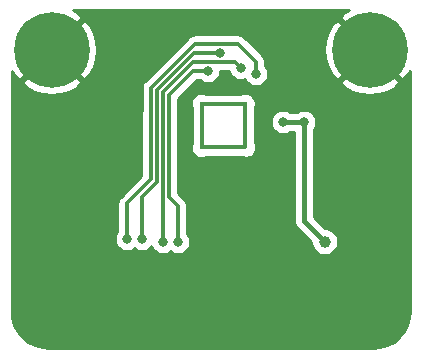
<source format=gbr>
%TF.GenerationSoftware,KiCad,Pcbnew,(5.1.6)-1*%
%TF.CreationDate,2020-10-09T22:51:26+02:00*%
%TF.ProjectId,PCB_Sensor_Array,5043425f-5365-46e7-936f-725f41727261,rev?*%
%TF.SameCoordinates,Original*%
%TF.FileFunction,Copper,L2,Bot*%
%TF.FilePolarity,Positive*%
%FSLAX46Y46*%
G04 Gerber Fmt 4.6, Leading zero omitted, Abs format (unit mm)*
G04 Created by KiCad (PCBNEW (5.1.6)-1) date 2020-10-09 22:51:26*
%MOMM*%
%LPD*%
G01*
G04 APERTURE LIST*
%TA.AperFunction,ComponentPad*%
%ADD10C,0.800000*%
%TD*%
%TA.AperFunction,ComponentPad*%
%ADD11C,6.400000*%
%TD*%
%TA.AperFunction,WasherPad*%
%ADD12R,4.000000X0.410000*%
%TD*%
%TA.AperFunction,WasherPad*%
%ADD13R,0.410000X4.000000*%
%TD*%
%TA.AperFunction,ViaPad*%
%ADD14C,0.800000*%
%TD*%
%TA.AperFunction,ViaPad*%
%ADD15C,1.000000*%
%TD*%
%TA.AperFunction,Conductor*%
%ADD16C,0.400000*%
%TD*%
%TA.AperFunction,Conductor*%
%ADD17C,0.300000*%
%TD*%
%TA.AperFunction,Conductor*%
%ADD18C,0.254000*%
%TD*%
G04 APERTURE END LIST*
D10*
%TO.P,H2,1*%
%TO.N,GND*%
X114727056Y-62818944D03*
X113030000Y-62116000D03*
X111332944Y-62818944D03*
X110630000Y-64516000D03*
X111332944Y-66213056D03*
X113030000Y-66916000D03*
X114727056Y-66213056D03*
X115430000Y-64516000D03*
D11*
X113030000Y-64516000D03*
%TD*%
D10*
%TO.P,H1,1*%
%TO.N,GND*%
X87803056Y-62818944D03*
X86106000Y-62116000D03*
X84408944Y-62818944D03*
X83706000Y-64516000D03*
X84408944Y-66213056D03*
X86106000Y-66916000D03*
X87803056Y-66213056D03*
X88506000Y-64516000D03*
D11*
X86106000Y-64516000D03*
%TD*%
D12*
%TO.P,U1,*%
%TO.N,*%
X100644000Y-72726000D03*
X100644000Y-69116000D03*
D13*
X102444000Y-70916000D03*
X98844000Y-70926000D03*
%TD*%
D14*
%TO.N,GND*%
X86614000Y-80518000D03*
X105664000Y-67310000D03*
X92710000Y-74168000D03*
X86106000Y-72390000D03*
%TO.N,Sensor_B8*%
X92456000Y-80518000D03*
%TO.N,Sensor_B7*%
X93726000Y-80518000D03*
%TO.N,Sensor_B5*%
X95504000Y-80772000D03*
%TO.N,Sensor_B4*%
X96774000Y-80772000D03*
D15*
%TO.N,GND*%
X110744000Y-80772000D03*
D14*
X102025000Y-74400000D03*
X103886000Y-73660000D03*
X90678000Y-80772000D03*
X101346000Y-80772000D03*
X103378000Y-75946000D03*
%TO.N,Sensor_B5*%
X102108000Y-66040000D03*
%TO.N,Sensor_B8*%
X103378000Y-66548000D03*
%TO.N,Sensor_B4*%
X99314000Y-66294000D03*
%TO.N,Sensor_B7*%
X100330000Y-64770000D03*
D15*
%TO.N,+1V0*%
X109220000Y-80772000D03*
D14*
X105664000Y-70612000D03*
X107442000Y-70612000D03*
%TD*%
D16*
%TO.N,+1V0*%
X105664000Y-70612000D02*
X107442000Y-70612000D01*
X107442000Y-78994000D02*
X109220000Y-80772000D01*
X107442000Y-70612000D02*
X107442000Y-78994000D01*
D17*
%TO.N,Sensor_B4*%
X99314000Y-66294000D02*
X98044000Y-66294000D01*
X98044000Y-66294000D02*
X96012000Y-68326000D01*
X96012000Y-68326000D02*
X96012000Y-76962000D01*
X96774000Y-77724000D02*
X96774000Y-80772000D01*
X96012000Y-76962000D02*
X96774000Y-77724000D01*
%TO.N,Sensor_B5*%
X102108000Y-66040000D02*
X101600000Y-65532000D01*
X98098880Y-65532000D02*
X95504000Y-68126880D01*
X101600000Y-65532000D02*
X98098880Y-65532000D01*
X95504000Y-69596000D02*
X95504000Y-80772000D01*
X95504000Y-68126880D02*
X95504000Y-69596000D01*
%TO.N,Sensor_B7*%
X98153760Y-64770000D02*
X94996000Y-67927760D01*
X100330000Y-64770000D02*
X98153760Y-64770000D01*
X94996000Y-67927760D02*
X94996000Y-75692000D01*
X93726000Y-76962000D02*
X93726000Y-80518000D01*
X94996000Y-75692000D02*
X93726000Y-76962000D01*
%TO.N,Sensor_B8*%
X94495992Y-69842008D02*
X94488000Y-69850000D01*
X103378000Y-65532000D02*
X101854000Y-64008000D01*
X92456000Y-77524880D02*
X92456000Y-80518000D01*
X94488000Y-69850000D02*
X94488000Y-75492880D01*
X103378000Y-66548000D02*
X103378000Y-65532000D01*
X101854000Y-64008000D02*
X98208640Y-64008000D01*
X98208640Y-64008000D02*
X94495992Y-67720648D01*
X94488000Y-75492880D02*
X92456000Y-77524880D01*
X94495992Y-67720648D02*
X94495992Y-69842008D01*
%TD*%
D18*
%TO.N,GND*%
G36*
X110909330Y-61298445D02*
G01*
X110868912Y-61325452D01*
X110508724Y-61815119D01*
X113030000Y-64336395D01*
X113044143Y-64322253D01*
X113223748Y-64501858D01*
X113209605Y-64516000D01*
X115730881Y-67037276D01*
X116220548Y-66677088D01*
X116434000Y-66283734D01*
X116434001Y-86581711D01*
X116370904Y-87225221D01*
X116193394Y-87813164D01*
X115905063Y-88355436D01*
X115516906Y-88831364D01*
X115043686Y-89222845D01*
X114503449Y-89514950D01*
X113916756Y-89696563D01*
X113275130Y-89764000D01*
X85884279Y-89764000D01*
X85240779Y-89700904D01*
X84652836Y-89523394D01*
X84110564Y-89235063D01*
X83634636Y-88846906D01*
X83243155Y-88373686D01*
X82951050Y-87833449D01*
X82769437Y-87246756D01*
X82702000Y-86605130D01*
X82702000Y-80416061D01*
X91421000Y-80416061D01*
X91421000Y-80619939D01*
X91460774Y-80819898D01*
X91538795Y-81008256D01*
X91652063Y-81177774D01*
X91796226Y-81321937D01*
X91965744Y-81435205D01*
X92154102Y-81513226D01*
X92354061Y-81553000D01*
X92557939Y-81553000D01*
X92757898Y-81513226D01*
X92946256Y-81435205D01*
X93091000Y-81338490D01*
X93235744Y-81435205D01*
X93424102Y-81513226D01*
X93624061Y-81553000D01*
X93827939Y-81553000D01*
X94027898Y-81513226D01*
X94216256Y-81435205D01*
X94385774Y-81321937D01*
X94529937Y-81177774D01*
X94543434Y-81157574D01*
X94586795Y-81262256D01*
X94700063Y-81431774D01*
X94844226Y-81575937D01*
X95013744Y-81689205D01*
X95202102Y-81767226D01*
X95402061Y-81807000D01*
X95605939Y-81807000D01*
X95805898Y-81767226D01*
X95994256Y-81689205D01*
X96139000Y-81592490D01*
X96283744Y-81689205D01*
X96472102Y-81767226D01*
X96672061Y-81807000D01*
X96875939Y-81807000D01*
X97075898Y-81767226D01*
X97264256Y-81689205D01*
X97433774Y-81575937D01*
X97577937Y-81431774D01*
X97691205Y-81262256D01*
X97769226Y-81073898D01*
X97809000Y-80873939D01*
X97809000Y-80670061D01*
X97769226Y-80470102D01*
X97691205Y-80281744D01*
X97577937Y-80112226D01*
X97559000Y-80093289D01*
X97559000Y-77762556D01*
X97562797Y-77724000D01*
X97559000Y-77685440D01*
X97559000Y-77685439D01*
X97552344Y-77617861D01*
X97547642Y-77570113D01*
X97502754Y-77422140D01*
X97429862Y-77285767D01*
X97331764Y-77166236D01*
X97301811Y-77141654D01*
X96797000Y-76636843D01*
X96797000Y-68968835D01*
X97879000Y-68968835D01*
X97879000Y-69143165D01*
X97913010Y-69314145D01*
X97979723Y-69475205D01*
X98000928Y-69506940D01*
X98000928Y-72370026D01*
X97989723Y-72386795D01*
X97923010Y-72547855D01*
X97889000Y-72718835D01*
X97889000Y-72893165D01*
X97923010Y-73064145D01*
X97989723Y-73225205D01*
X98086576Y-73370155D01*
X98209845Y-73493424D01*
X98354795Y-73590277D01*
X98515855Y-73656990D01*
X98686835Y-73691000D01*
X98861165Y-73691000D01*
X99032145Y-73656990D01*
X99193205Y-73590277D01*
X99224940Y-73569072D01*
X102122992Y-73569072D01*
X102124795Y-73570277D01*
X102285855Y-73636990D01*
X102456835Y-73671000D01*
X102631165Y-73671000D01*
X102802145Y-73636990D01*
X102963205Y-73570277D01*
X103108155Y-73473424D01*
X103231424Y-73350155D01*
X103328277Y-73205205D01*
X103394990Y-73044145D01*
X103429000Y-72873165D01*
X103429000Y-72698835D01*
X103394990Y-72527855D01*
X103328277Y-72366795D01*
X103287072Y-72305128D01*
X103287072Y-70510061D01*
X104629000Y-70510061D01*
X104629000Y-70713939D01*
X104668774Y-70913898D01*
X104746795Y-71102256D01*
X104860063Y-71271774D01*
X105004226Y-71415937D01*
X105173744Y-71529205D01*
X105362102Y-71607226D01*
X105562061Y-71647000D01*
X105765939Y-71647000D01*
X105965898Y-71607226D01*
X106154256Y-71529205D01*
X106277285Y-71447000D01*
X106607000Y-71447000D01*
X106607001Y-78952971D01*
X106602960Y-78994000D01*
X106619082Y-79157688D01*
X106666828Y-79315086D01*
X106666829Y-79315087D01*
X106744365Y-79460146D01*
X106848710Y-79587291D01*
X106880574Y-79613441D01*
X108085000Y-80817868D01*
X108085000Y-80883788D01*
X108128617Y-81103067D01*
X108214176Y-81309624D01*
X108338388Y-81495520D01*
X108496480Y-81653612D01*
X108682376Y-81777824D01*
X108888933Y-81863383D01*
X109108212Y-81907000D01*
X109331788Y-81907000D01*
X109551067Y-81863383D01*
X109757624Y-81777824D01*
X109943520Y-81653612D01*
X110101612Y-81495520D01*
X110225824Y-81309624D01*
X110311383Y-81103067D01*
X110355000Y-80883788D01*
X110355000Y-80660212D01*
X110311383Y-80440933D01*
X110225824Y-80234376D01*
X110101612Y-80048480D01*
X109943520Y-79890388D01*
X109757624Y-79766176D01*
X109551067Y-79680617D01*
X109331788Y-79637000D01*
X109265868Y-79637000D01*
X108277000Y-78648133D01*
X108277000Y-71225285D01*
X108359205Y-71102256D01*
X108437226Y-70913898D01*
X108477000Y-70713939D01*
X108477000Y-70510061D01*
X108437226Y-70310102D01*
X108359205Y-70121744D01*
X108245937Y-69952226D01*
X108101774Y-69808063D01*
X107932256Y-69694795D01*
X107743898Y-69616774D01*
X107543939Y-69577000D01*
X107340061Y-69577000D01*
X107140102Y-69616774D01*
X106951744Y-69694795D01*
X106828715Y-69777000D01*
X106277285Y-69777000D01*
X106154256Y-69694795D01*
X105965898Y-69616774D01*
X105765939Y-69577000D01*
X105562061Y-69577000D01*
X105362102Y-69616774D01*
X105173744Y-69694795D01*
X105004226Y-69808063D01*
X104860063Y-69952226D01*
X104746795Y-70121744D01*
X104668774Y-70310102D01*
X104629000Y-70510061D01*
X103287072Y-70510061D01*
X103287072Y-69439830D01*
X103334990Y-69324145D01*
X103369000Y-69153165D01*
X103369000Y-68978835D01*
X103334990Y-68807855D01*
X103268277Y-68646795D01*
X103171424Y-68501845D01*
X103048155Y-68378576D01*
X102903205Y-68281723D01*
X102742145Y-68215010D01*
X102571165Y-68181000D01*
X102396835Y-68181000D01*
X102225855Y-68215010D01*
X102086028Y-68272928D01*
X99185008Y-68272928D01*
X99183205Y-68271723D01*
X99022145Y-68205010D01*
X98851165Y-68171000D01*
X98676835Y-68171000D01*
X98505855Y-68205010D01*
X98344795Y-68271723D01*
X98199845Y-68368576D01*
X98076576Y-68491845D01*
X97979723Y-68636795D01*
X97913010Y-68797855D01*
X97879000Y-68968835D01*
X96797000Y-68968835D01*
X96797000Y-68651157D01*
X98369158Y-67079000D01*
X98635289Y-67079000D01*
X98654226Y-67097937D01*
X98823744Y-67211205D01*
X99012102Y-67289226D01*
X99212061Y-67329000D01*
X99415939Y-67329000D01*
X99615898Y-67289226D01*
X99804256Y-67211205D01*
X99973774Y-67097937D01*
X100117937Y-66953774D01*
X100231205Y-66784256D01*
X100309226Y-66595898D01*
X100349000Y-66395939D01*
X100349000Y-66317000D01*
X101107822Y-66317000D01*
X101112774Y-66341898D01*
X101190795Y-66530256D01*
X101304063Y-66699774D01*
X101448226Y-66843937D01*
X101617744Y-66957205D01*
X101806102Y-67035226D01*
X102006061Y-67075000D01*
X102209939Y-67075000D01*
X102409898Y-67035226D01*
X102452270Y-67017675D01*
X102460795Y-67038256D01*
X102574063Y-67207774D01*
X102718226Y-67351937D01*
X102887744Y-67465205D01*
X103076102Y-67543226D01*
X103276061Y-67583000D01*
X103479939Y-67583000D01*
X103679898Y-67543226D01*
X103868256Y-67465205D01*
X104037774Y-67351937D01*
X104172830Y-67216881D01*
X110508724Y-67216881D01*
X110868912Y-67706548D01*
X111532882Y-68066849D01*
X112254385Y-68290694D01*
X113005695Y-68369480D01*
X113757938Y-68300178D01*
X114482208Y-68085452D01*
X115150670Y-67733555D01*
X115191088Y-67706548D01*
X115551276Y-67216881D01*
X113030000Y-64695605D01*
X110508724Y-67216881D01*
X104172830Y-67216881D01*
X104181937Y-67207774D01*
X104295205Y-67038256D01*
X104373226Y-66849898D01*
X104413000Y-66649939D01*
X104413000Y-66446061D01*
X104373226Y-66246102D01*
X104295205Y-66057744D01*
X104181937Y-65888226D01*
X104163000Y-65869289D01*
X104163000Y-65570552D01*
X104166797Y-65531999D01*
X104163000Y-65493446D01*
X104163000Y-65493439D01*
X104151641Y-65378113D01*
X104106754Y-65230140D01*
X104033862Y-65093767D01*
X103935764Y-64974236D01*
X103905816Y-64949658D01*
X103447853Y-64491695D01*
X109176520Y-64491695D01*
X109245822Y-65243938D01*
X109460548Y-65968208D01*
X109812445Y-66636670D01*
X109839452Y-66677088D01*
X110329119Y-67037276D01*
X112850395Y-64516000D01*
X110329119Y-61994724D01*
X109839452Y-62354912D01*
X109479151Y-63018882D01*
X109255306Y-63740385D01*
X109176520Y-64491695D01*
X103447853Y-64491695D01*
X102436347Y-63480190D01*
X102411764Y-63450236D01*
X102292233Y-63352138D01*
X102155860Y-63279246D01*
X102007887Y-63234359D01*
X101892561Y-63223000D01*
X101892553Y-63223000D01*
X101854000Y-63219203D01*
X101815447Y-63223000D01*
X98247192Y-63223000D01*
X98208639Y-63219203D01*
X98170086Y-63223000D01*
X98170079Y-63223000D01*
X98069130Y-63232943D01*
X98054752Y-63234359D01*
X97913587Y-63277181D01*
X97906780Y-63279246D01*
X97770407Y-63352138D01*
X97722360Y-63391570D01*
X97680827Y-63425655D01*
X97680824Y-63425658D01*
X97650876Y-63450236D01*
X97626298Y-63480184D01*
X93968182Y-67138301D01*
X93938228Y-67162884D01*
X93840130Y-67282416D01*
X93767238Y-67418789D01*
X93722351Y-67566762D01*
X93710992Y-67682088D01*
X93710992Y-67682095D01*
X93707195Y-67720648D01*
X93710992Y-67759201D01*
X93710993Y-69730289D01*
X93703000Y-69811440D01*
X93703000Y-69811447D01*
X93699203Y-69850000D01*
X93703000Y-69888553D01*
X93703001Y-75167721D01*
X91928190Y-76942533D01*
X91898236Y-76967116D01*
X91800138Y-77086648D01*
X91727246Y-77223021D01*
X91682359Y-77370994D01*
X91671000Y-77486320D01*
X91671000Y-77486327D01*
X91667203Y-77524880D01*
X91671000Y-77563433D01*
X91671001Y-79839288D01*
X91652063Y-79858226D01*
X91538795Y-80027744D01*
X91460774Y-80216102D01*
X91421000Y-80416061D01*
X82702000Y-80416061D01*
X82702000Y-67216881D01*
X83584724Y-67216881D01*
X83944912Y-67706548D01*
X84608882Y-68066849D01*
X85330385Y-68290694D01*
X86081695Y-68369480D01*
X86833938Y-68300178D01*
X87558208Y-68085452D01*
X88226670Y-67733555D01*
X88267088Y-67706548D01*
X88627276Y-67216881D01*
X86106000Y-64695605D01*
X83584724Y-67216881D01*
X82702000Y-67216881D01*
X82702000Y-66282500D01*
X82888445Y-66636670D01*
X82915452Y-66677088D01*
X83405119Y-67037276D01*
X85926395Y-64516000D01*
X86285605Y-64516000D01*
X88806881Y-67037276D01*
X89296548Y-66677088D01*
X89656849Y-66013118D01*
X89880694Y-65291615D01*
X89959480Y-64540305D01*
X89890178Y-63788062D01*
X89675452Y-63063792D01*
X89323555Y-62395330D01*
X89296548Y-62354912D01*
X88806881Y-61994724D01*
X86285605Y-64516000D01*
X85926395Y-64516000D01*
X85912253Y-64501858D01*
X86091858Y-64322253D01*
X86106000Y-64336395D01*
X88627276Y-61815119D01*
X88267088Y-61325452D01*
X87873734Y-61112000D01*
X111263500Y-61112000D01*
X110909330Y-61298445D01*
G37*
X110909330Y-61298445D02*
X110868912Y-61325452D01*
X110508724Y-61815119D01*
X113030000Y-64336395D01*
X113044143Y-64322253D01*
X113223748Y-64501858D01*
X113209605Y-64516000D01*
X115730881Y-67037276D01*
X116220548Y-66677088D01*
X116434000Y-66283734D01*
X116434001Y-86581711D01*
X116370904Y-87225221D01*
X116193394Y-87813164D01*
X115905063Y-88355436D01*
X115516906Y-88831364D01*
X115043686Y-89222845D01*
X114503449Y-89514950D01*
X113916756Y-89696563D01*
X113275130Y-89764000D01*
X85884279Y-89764000D01*
X85240779Y-89700904D01*
X84652836Y-89523394D01*
X84110564Y-89235063D01*
X83634636Y-88846906D01*
X83243155Y-88373686D01*
X82951050Y-87833449D01*
X82769437Y-87246756D01*
X82702000Y-86605130D01*
X82702000Y-80416061D01*
X91421000Y-80416061D01*
X91421000Y-80619939D01*
X91460774Y-80819898D01*
X91538795Y-81008256D01*
X91652063Y-81177774D01*
X91796226Y-81321937D01*
X91965744Y-81435205D01*
X92154102Y-81513226D01*
X92354061Y-81553000D01*
X92557939Y-81553000D01*
X92757898Y-81513226D01*
X92946256Y-81435205D01*
X93091000Y-81338490D01*
X93235744Y-81435205D01*
X93424102Y-81513226D01*
X93624061Y-81553000D01*
X93827939Y-81553000D01*
X94027898Y-81513226D01*
X94216256Y-81435205D01*
X94385774Y-81321937D01*
X94529937Y-81177774D01*
X94543434Y-81157574D01*
X94586795Y-81262256D01*
X94700063Y-81431774D01*
X94844226Y-81575937D01*
X95013744Y-81689205D01*
X95202102Y-81767226D01*
X95402061Y-81807000D01*
X95605939Y-81807000D01*
X95805898Y-81767226D01*
X95994256Y-81689205D01*
X96139000Y-81592490D01*
X96283744Y-81689205D01*
X96472102Y-81767226D01*
X96672061Y-81807000D01*
X96875939Y-81807000D01*
X97075898Y-81767226D01*
X97264256Y-81689205D01*
X97433774Y-81575937D01*
X97577937Y-81431774D01*
X97691205Y-81262256D01*
X97769226Y-81073898D01*
X97809000Y-80873939D01*
X97809000Y-80670061D01*
X97769226Y-80470102D01*
X97691205Y-80281744D01*
X97577937Y-80112226D01*
X97559000Y-80093289D01*
X97559000Y-77762556D01*
X97562797Y-77724000D01*
X97559000Y-77685440D01*
X97559000Y-77685439D01*
X97552344Y-77617861D01*
X97547642Y-77570113D01*
X97502754Y-77422140D01*
X97429862Y-77285767D01*
X97331764Y-77166236D01*
X97301811Y-77141654D01*
X96797000Y-76636843D01*
X96797000Y-68968835D01*
X97879000Y-68968835D01*
X97879000Y-69143165D01*
X97913010Y-69314145D01*
X97979723Y-69475205D01*
X98000928Y-69506940D01*
X98000928Y-72370026D01*
X97989723Y-72386795D01*
X97923010Y-72547855D01*
X97889000Y-72718835D01*
X97889000Y-72893165D01*
X97923010Y-73064145D01*
X97989723Y-73225205D01*
X98086576Y-73370155D01*
X98209845Y-73493424D01*
X98354795Y-73590277D01*
X98515855Y-73656990D01*
X98686835Y-73691000D01*
X98861165Y-73691000D01*
X99032145Y-73656990D01*
X99193205Y-73590277D01*
X99224940Y-73569072D01*
X102122992Y-73569072D01*
X102124795Y-73570277D01*
X102285855Y-73636990D01*
X102456835Y-73671000D01*
X102631165Y-73671000D01*
X102802145Y-73636990D01*
X102963205Y-73570277D01*
X103108155Y-73473424D01*
X103231424Y-73350155D01*
X103328277Y-73205205D01*
X103394990Y-73044145D01*
X103429000Y-72873165D01*
X103429000Y-72698835D01*
X103394990Y-72527855D01*
X103328277Y-72366795D01*
X103287072Y-72305128D01*
X103287072Y-70510061D01*
X104629000Y-70510061D01*
X104629000Y-70713939D01*
X104668774Y-70913898D01*
X104746795Y-71102256D01*
X104860063Y-71271774D01*
X105004226Y-71415937D01*
X105173744Y-71529205D01*
X105362102Y-71607226D01*
X105562061Y-71647000D01*
X105765939Y-71647000D01*
X105965898Y-71607226D01*
X106154256Y-71529205D01*
X106277285Y-71447000D01*
X106607000Y-71447000D01*
X106607001Y-78952971D01*
X106602960Y-78994000D01*
X106619082Y-79157688D01*
X106666828Y-79315086D01*
X106666829Y-79315087D01*
X106744365Y-79460146D01*
X106848710Y-79587291D01*
X106880574Y-79613441D01*
X108085000Y-80817868D01*
X108085000Y-80883788D01*
X108128617Y-81103067D01*
X108214176Y-81309624D01*
X108338388Y-81495520D01*
X108496480Y-81653612D01*
X108682376Y-81777824D01*
X108888933Y-81863383D01*
X109108212Y-81907000D01*
X109331788Y-81907000D01*
X109551067Y-81863383D01*
X109757624Y-81777824D01*
X109943520Y-81653612D01*
X110101612Y-81495520D01*
X110225824Y-81309624D01*
X110311383Y-81103067D01*
X110355000Y-80883788D01*
X110355000Y-80660212D01*
X110311383Y-80440933D01*
X110225824Y-80234376D01*
X110101612Y-80048480D01*
X109943520Y-79890388D01*
X109757624Y-79766176D01*
X109551067Y-79680617D01*
X109331788Y-79637000D01*
X109265868Y-79637000D01*
X108277000Y-78648133D01*
X108277000Y-71225285D01*
X108359205Y-71102256D01*
X108437226Y-70913898D01*
X108477000Y-70713939D01*
X108477000Y-70510061D01*
X108437226Y-70310102D01*
X108359205Y-70121744D01*
X108245937Y-69952226D01*
X108101774Y-69808063D01*
X107932256Y-69694795D01*
X107743898Y-69616774D01*
X107543939Y-69577000D01*
X107340061Y-69577000D01*
X107140102Y-69616774D01*
X106951744Y-69694795D01*
X106828715Y-69777000D01*
X106277285Y-69777000D01*
X106154256Y-69694795D01*
X105965898Y-69616774D01*
X105765939Y-69577000D01*
X105562061Y-69577000D01*
X105362102Y-69616774D01*
X105173744Y-69694795D01*
X105004226Y-69808063D01*
X104860063Y-69952226D01*
X104746795Y-70121744D01*
X104668774Y-70310102D01*
X104629000Y-70510061D01*
X103287072Y-70510061D01*
X103287072Y-69439830D01*
X103334990Y-69324145D01*
X103369000Y-69153165D01*
X103369000Y-68978835D01*
X103334990Y-68807855D01*
X103268277Y-68646795D01*
X103171424Y-68501845D01*
X103048155Y-68378576D01*
X102903205Y-68281723D01*
X102742145Y-68215010D01*
X102571165Y-68181000D01*
X102396835Y-68181000D01*
X102225855Y-68215010D01*
X102086028Y-68272928D01*
X99185008Y-68272928D01*
X99183205Y-68271723D01*
X99022145Y-68205010D01*
X98851165Y-68171000D01*
X98676835Y-68171000D01*
X98505855Y-68205010D01*
X98344795Y-68271723D01*
X98199845Y-68368576D01*
X98076576Y-68491845D01*
X97979723Y-68636795D01*
X97913010Y-68797855D01*
X97879000Y-68968835D01*
X96797000Y-68968835D01*
X96797000Y-68651157D01*
X98369158Y-67079000D01*
X98635289Y-67079000D01*
X98654226Y-67097937D01*
X98823744Y-67211205D01*
X99012102Y-67289226D01*
X99212061Y-67329000D01*
X99415939Y-67329000D01*
X99615898Y-67289226D01*
X99804256Y-67211205D01*
X99973774Y-67097937D01*
X100117937Y-66953774D01*
X100231205Y-66784256D01*
X100309226Y-66595898D01*
X100349000Y-66395939D01*
X100349000Y-66317000D01*
X101107822Y-66317000D01*
X101112774Y-66341898D01*
X101190795Y-66530256D01*
X101304063Y-66699774D01*
X101448226Y-66843937D01*
X101617744Y-66957205D01*
X101806102Y-67035226D01*
X102006061Y-67075000D01*
X102209939Y-67075000D01*
X102409898Y-67035226D01*
X102452270Y-67017675D01*
X102460795Y-67038256D01*
X102574063Y-67207774D01*
X102718226Y-67351937D01*
X102887744Y-67465205D01*
X103076102Y-67543226D01*
X103276061Y-67583000D01*
X103479939Y-67583000D01*
X103679898Y-67543226D01*
X103868256Y-67465205D01*
X104037774Y-67351937D01*
X104172830Y-67216881D01*
X110508724Y-67216881D01*
X110868912Y-67706548D01*
X111532882Y-68066849D01*
X112254385Y-68290694D01*
X113005695Y-68369480D01*
X113757938Y-68300178D01*
X114482208Y-68085452D01*
X115150670Y-67733555D01*
X115191088Y-67706548D01*
X115551276Y-67216881D01*
X113030000Y-64695605D01*
X110508724Y-67216881D01*
X104172830Y-67216881D01*
X104181937Y-67207774D01*
X104295205Y-67038256D01*
X104373226Y-66849898D01*
X104413000Y-66649939D01*
X104413000Y-66446061D01*
X104373226Y-66246102D01*
X104295205Y-66057744D01*
X104181937Y-65888226D01*
X104163000Y-65869289D01*
X104163000Y-65570552D01*
X104166797Y-65531999D01*
X104163000Y-65493446D01*
X104163000Y-65493439D01*
X104151641Y-65378113D01*
X104106754Y-65230140D01*
X104033862Y-65093767D01*
X103935764Y-64974236D01*
X103905816Y-64949658D01*
X103447853Y-64491695D01*
X109176520Y-64491695D01*
X109245822Y-65243938D01*
X109460548Y-65968208D01*
X109812445Y-66636670D01*
X109839452Y-66677088D01*
X110329119Y-67037276D01*
X112850395Y-64516000D01*
X110329119Y-61994724D01*
X109839452Y-62354912D01*
X109479151Y-63018882D01*
X109255306Y-63740385D01*
X109176520Y-64491695D01*
X103447853Y-64491695D01*
X102436347Y-63480190D01*
X102411764Y-63450236D01*
X102292233Y-63352138D01*
X102155860Y-63279246D01*
X102007887Y-63234359D01*
X101892561Y-63223000D01*
X101892553Y-63223000D01*
X101854000Y-63219203D01*
X101815447Y-63223000D01*
X98247192Y-63223000D01*
X98208639Y-63219203D01*
X98170086Y-63223000D01*
X98170079Y-63223000D01*
X98069130Y-63232943D01*
X98054752Y-63234359D01*
X97913587Y-63277181D01*
X97906780Y-63279246D01*
X97770407Y-63352138D01*
X97722360Y-63391570D01*
X97680827Y-63425655D01*
X97680824Y-63425658D01*
X97650876Y-63450236D01*
X97626298Y-63480184D01*
X93968182Y-67138301D01*
X93938228Y-67162884D01*
X93840130Y-67282416D01*
X93767238Y-67418789D01*
X93722351Y-67566762D01*
X93710992Y-67682088D01*
X93710992Y-67682095D01*
X93707195Y-67720648D01*
X93710992Y-67759201D01*
X93710993Y-69730289D01*
X93703000Y-69811440D01*
X93703000Y-69811447D01*
X93699203Y-69850000D01*
X93703000Y-69888553D01*
X93703001Y-75167721D01*
X91928190Y-76942533D01*
X91898236Y-76967116D01*
X91800138Y-77086648D01*
X91727246Y-77223021D01*
X91682359Y-77370994D01*
X91671000Y-77486320D01*
X91671000Y-77486327D01*
X91667203Y-77524880D01*
X91671000Y-77563433D01*
X91671001Y-79839288D01*
X91652063Y-79858226D01*
X91538795Y-80027744D01*
X91460774Y-80216102D01*
X91421000Y-80416061D01*
X82702000Y-80416061D01*
X82702000Y-67216881D01*
X83584724Y-67216881D01*
X83944912Y-67706548D01*
X84608882Y-68066849D01*
X85330385Y-68290694D01*
X86081695Y-68369480D01*
X86833938Y-68300178D01*
X87558208Y-68085452D01*
X88226670Y-67733555D01*
X88267088Y-67706548D01*
X88627276Y-67216881D01*
X86106000Y-64695605D01*
X83584724Y-67216881D01*
X82702000Y-67216881D01*
X82702000Y-66282500D01*
X82888445Y-66636670D01*
X82915452Y-66677088D01*
X83405119Y-67037276D01*
X85926395Y-64516000D01*
X86285605Y-64516000D01*
X88806881Y-67037276D01*
X89296548Y-66677088D01*
X89656849Y-66013118D01*
X89880694Y-65291615D01*
X89959480Y-64540305D01*
X89890178Y-63788062D01*
X89675452Y-63063792D01*
X89323555Y-62395330D01*
X89296548Y-62354912D01*
X88806881Y-61994724D01*
X86285605Y-64516000D01*
X85926395Y-64516000D01*
X85912253Y-64501858D01*
X86091858Y-64322253D01*
X86106000Y-64336395D01*
X88627276Y-61815119D01*
X88267088Y-61325452D01*
X87873734Y-61112000D01*
X111263500Y-61112000D01*
X110909330Y-61298445D01*
%TD*%
M02*

</source>
